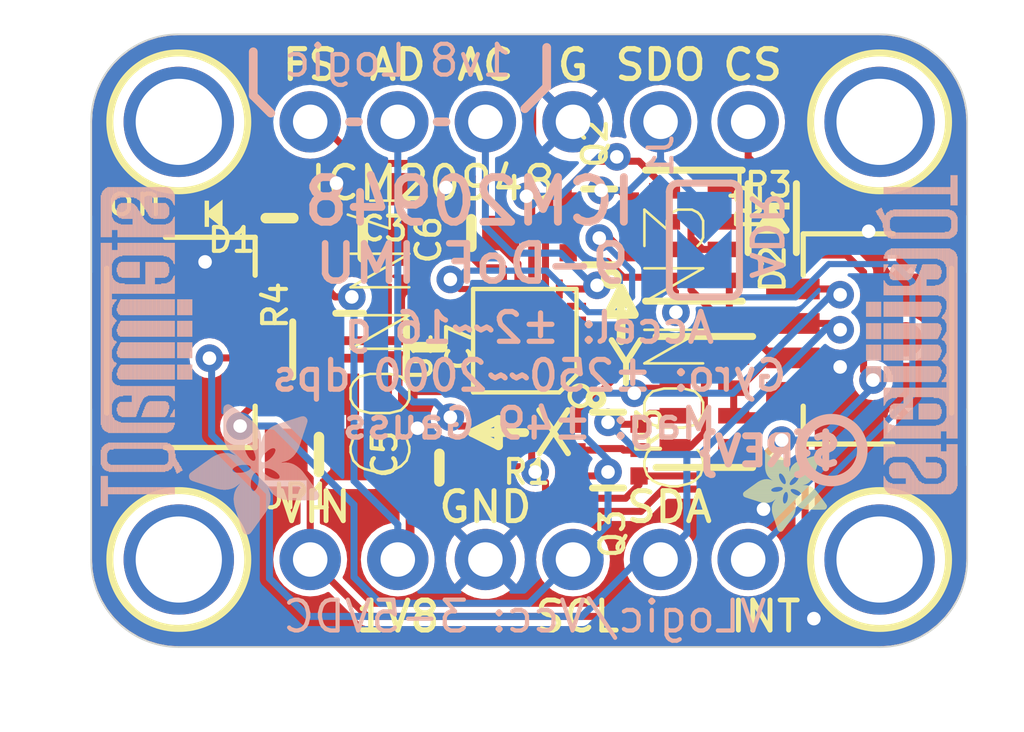
<source format=kicad_pcb>
(kicad_pcb (version 20221018) (generator pcbnew)
  (layers (0 "F.Cu" signal) (31 "B.Cu" signal) (34 "B.Paste" user) (35 "F.Paste" user) (36 "B.SilkS" user "B.Silkscreen") (37 "F.SilkS" user "F.Silkscreen") (38 "B.Mask" user) (39 "F.Mask" user) (44 "Edge.Cuts" user))
  (net 0 "")
  (net 1 "GND")
  (net 2 "VIN")
  (net 3 "INT")
  (net 4 "CS")
  (net 5 "CS_1.8V")
  (net 6 "SDO/ADR_1.8V")
  (net 7 "SDI/SDA")
  (net 8 "SCK/SCL")
  (net 9 "FSYNC")
  (net 10 "AUX_SCL")
  (net 11 "AUX_SDA")
  (net 12 "SCK/SCL_1.8V")
  (net 13 "SDI/SDA_1.8V")
  (net 14 "REGOUT")
  (net 15 "1.8V")
  (net 16 "SDO/ADR")
  (net 17 "N$1")
  (net 18 "INT_1.8V")
  (footprint "working:0603-NO" (layer "F.Cu") (at 146.8247 101.8794 180)
    (fp_text reference "C3")
    (fp_text value "0.1uF")
  )
  (footprint "working:CHIPLED_0603_NOOUTLINE" (layer "F.Cu") (at 139.3571 101.3206 90)
    (fp_text reference "D1")
    (fp_text value "RED")
  )
  (footprint "working:0603-NO" (layer "F.Cu") (at 145.5801 105.1941 -90)
    (fp_text reference "C7")
    (fp_text value "0.1uF")
  )
  (footprint "working:SOT363" (layer "F.Cu") (at 150.5331 101.7016 90)
    (fp_text reference "Q2")
    (fp_text value "BSS138")
  )
  (footprint "working:FIDUCIAL_1MM" (layer "F.Cu") (at 137.4521 104.8131)
    (fp_text reference "FID2" hide)
    (fp_text value "FIDUCIAL_1MM" hide)
  )
  (footprint "working:ADAFRUIT_2.5MM" (layer "F.Cu") (at 157.1371 108.1151 180)
    (fp_text reference "U$2" hide)
    (fp_text value "" hide)
  )
  (footprint "working:0805-NO" (layer "F.Cu") (at 142.4051 108.3056)
    (fp_text reference "C5")
    (fp_text value "10uF")
  )
  (footprint "working:JST_SH4" (layer "F.Cu") (at 138.3411 105.0036 -90)
    (fp_text reference "CONN4")
    (fp_text value "STEMMA_I2C_QT" hide)
  )
  (footprint "working:MOUNTINGHOLE_2.5_PLATED" (layer "F.Cu") (at 138.3411 111.3536)
    (fp_text reference "U$41" hide)
    (fp_text value "MOUNTINGHOLE2.5" hide)
  )
  (footprint "working:SOD-323_MINI" (layer "F.Cu") (at 155.5496 101.4476 -90)
    (fp_text reference "D2")
    (fp_text value "1n4148")
  )
  (footprint "working:JST_SH4" (layer "F.Cu") (at 158.6611 105.0036 90)
    (fp_text reference "CONN3")
    (fp_text value "STEMMA_I2C_QT" hide)
  )
  (footprint "working:QFN24_3MM_NOEP" (layer "F.Cu") (at 148.3741 105.0036 180)
    (fp_text reference "U$21" hide)
    (fp_text value "MPU-9250_ICM20948" hide)
  )
  (footprint "working:MOUNTINGHOLE_2.5_PLATED" (layer "F.Cu") (at 138.3411 98.6536)
    (fp_text reference "U$38" hide)
    (fp_text value "MOUNTINGHOLE2.5" hide)
  )
  (footprint "working:MOUNTINGHOLE_2.5_PLATED" (layer "F.Cu") (at 158.6611 98.6536)
    (fp_text reference "U$39" hide)
    (fp_text value "MOUNTINGHOLE2.5" hide)
  )
  (footprint "working:RESPACK_4X0603" (layer "F.Cu") (at 153.5811 106.7816 90)
    (fp_text reference "R3")
    (fp_text value "10K")
  )
  (footprint "working:0805-NO" (layer "F.Cu") (at 143.6751 102.0826)
    (fp_text reference "C6")
    (fp_text value "10uF")
  )
  (footprint "working:FIDUCIAL_1MM" (layer "F.Cu") (at 159.4231 104.9655)
    (fp_text reference "FID4" hide)
    (fp_text value "FIDUCIAL_1MM" hide)
  )
  (footprint "working:0603-NO" (layer "F.Cu") (at 145.8976 108.6866)
    (fp_text reference "R1")
    (fp_text value "10K")
  )
  (footprint "working:0603-NO" (layer "F.Cu") (at 141.2621 101.4476 -90)
    (fp_text reference "R4")
    (fp_text value "1K")
  )
  (footprint "working:RESPACK_4X0603" (layer "F.Cu") (at 153.2763 101.9556 -90)
    (fp_text reference "R2")
    (fp_text value "4.7K")
  )
  (footprint "working:SOT23-5" (layer "F.Cu") (at 143.2941 105.2576)
    (fp_text reference "U1")
    (fp_text value "MIC5225-1.8V")
  )
  (footprint "working:1X06_ROUND_70" (layer "F.Cu") (at 148.5011 111.3536)
    (fp_text reference "JP1")
    (fp_text value "")
  )
  (footprint "working:SOT363" (layer "F.Cu") (at 150.7871 108.1786 -90)
    (fp_text reference "Q3")
    (fp_text value "BSS138")
  )
  (footprint "working:1X06_ROUND_70" (layer "F.Cu") (at 148.5011 98.6536 180)
    (fp_text reference "JP3")
    (fp_text value "")
  )
  (footprint "working:MOUNTINGHOLE_2.5_PLATED" (layer "F.Cu") (at 158.6611 111.3536)
    (fp_text reference "U$42" hide)
    (fp_text value "MOUNTINGHOLE2.5" hide)
  )
  (footprint "working:SOLDERJUMPER_ARROW_NOPASTE" (layer "B.Cu") (at 153.5811 102.0826 -90)
    (fp_text reference "SJ1")
    (fp_text value "")
  )
  (footprint "working:STEMMAQT" (layer "B.Cu") (at 158.2801 109.4486 90)
    (fp_text reference "U$46" hide)
    (fp_text value "" hide)
  )
  (footprint "working:STEMMAQT" (layer "B.Cu") (at 138.7221 100.5586 -90)
    (fp_text reference "U$47" hide)
    (fp_text value "" hide)
  )
  (footprint "working:ADAFRUIT_3.5MM" (layer "B.Cu") (at 142.4305 106.8324 -90)
    (fp_text reference "U$12" hide)
    (fp_text value "" hide)
  )
  (footprint "working:PCBFEAT-REV-040" (layer "B.Cu") (at 157.2641 108.1786 180)
    (fp_text reference "U$45" hide)
    (fp_text value "" hide)
  )
  (gr_line (start 140.5001 97.8916) (end 141.0081 98.3996) (stroke (width 0.254)) (layer "B.SilkS"))
  (gr_line (start 149.0091 97.6376) (end 148.3741 98.2726) (stroke (width 0.254)) (layer "B.SilkS"))
  (gr_line (start 140.5001 96.6216) (end 140.5001 97.8916) (stroke (width 0.254)) (layer "B.SilkS"))
  (gr_line (start 143.2941 98.6536) (end 143.5481 98.6536) (stroke (width 0.254)) (layer "B.SilkS"))
  (gr_line (start 145.8341 98.6536) (end 146.0881 98.6536) (stroke (width 0.254)) (layer "B.SilkS"))
  (gr_line (start 149.0091 96.4946) (end 149.0091 97.6376) (stroke (width 0.254)) (layer "B.SilkS"))
  (gr_line (start 150.7871 104.2416) (end 151.1681 103.4796) (stroke (width 0.254)) (layer "F.SilkS"))
  (gr_line (start 151.1681 103.4796) (end 151.5491 104.2416) (stroke (width 0.254)) (layer "F.SilkS"))
  (gr_line (start 151.1681 103.7336) (end 151.1681 105.0036) (stroke (width 0.254)) (layer "F.SilkS"))
  (gr_line (start 146.8501 107.6706) (end 148.3741 107.6706) (stroke (width 0.254)) (layer "F.SilkS"))
  (gr_line (start 146.8501 107.6706) (end 147.6121 107.2896) (stroke (width 0.254)) (layer "F.SilkS"))
  (gr_line (start 150.7871 104.2416) (end 151.5491 104.2416) (stroke (width 0.254)) (layer "F.SilkS"))
  (gr_line (start 147.6121 107.2896) (end 147.6121 108.0516) (stroke (width 0.254)) (layer "F.SilkS"))
  (gr_line (start 147.6121 108.0516) (end 146.8501 107.6706) (stroke (width 0.254)) (layer "F.SilkS"))
  (gr_arc (start 135.8011 98.6536) (mid 136.545049 96.857549) (end 138.3411 96.1136) (stroke (width 0.05)) (layer "Edge.Cuts"))
  (gr_arc (start 138.3411 113.8936) (mid 136.545049 113.149651) (end 135.8011 111.3536) (stroke (width 0.05)) (layer "Edge.Cuts"))
  (gr_arc (start 158.6611 96.1136) (mid 160.457151 96.857549) (end 161.2011 98.6536) (stroke (width 0.05)) (layer "Edge.Cuts"))
  (gr_line (start 135.8011 98.6536) (end 135.8011 111.3536) (stroke (width 0.05)) (layer "Edge.Cuts"))
  (gr_line (start 161.2011 111.3536) (end 161.2011 98.6536) (stroke (width 0.05)) (layer "Edge.Cuts"))
  (gr_line (start 138.3411 113.8936) (end 158.6611 113.8936) (stroke (width 0.05)) (layer "Edge.Cuts"))
  (gr_line (start 158.6611 96.1136) (end 138.3411 96.1136) (stroke (width 0.05)) (layer "Edge.Cuts"))
  (gr_arc (start 161.2011 111.3536) (mid 160.457151 113.149651) (end 158.6611 113.8936) (stroke (width 0.05)) (layer "Edge.Cuts"))
  (gr_text "ICM20948" (at 146.7739 100.965) (layer "B.SilkS") (effects (font (size 1.2954 1.2954) (thickness 0.2286)) (justify mirror)))
  (gr_text "Accel: ±2~~16 g\nGyro: ±250~~2000 dps\nMag: ±49 Gauss" (at 148.5011 106.0196) (layer "B.SilkS") (effects (font (size 0.8636 0.8636) (thickness 0.1524)) (justify mirror)))
  (gr_text "9-DoF IMU" (at 146.8501 102.7684) (layer "B.SilkS") (effects (font (size 1.0795 1.0795) (thickness 0.1905)) (justify mirror)))
  (gr_text "1v8 Logic" (at 144.6911 96.8756) (layer "B.SilkS") (effects (font (size 0.89408 0.89408) (thickness 0.12192)) (justify mirror)))
  (gr_text "ADR" (at 155.3591 101.9556 -90) (layer "B.SilkS") (effects (font (size 0.8636 0.8636) (thickness 0.1524)) (justify mirror)))
  (gr_text "VLogic/Vcc: 3-5VDC" (at 148.3741 113.0046) (layer "B.SilkS") (effects (font (size 0.89408 0.89408) (thickness 0.12192)) (justify mirror)))
  (gr_text "1V8" (at 144.6911 113.0046) (layer "F.SilkS") (effects (font (size 0.8636 0.8636) (thickness 0.1524))))
  (gr_text "G" (at 149.7711 97.0026) (layer "F.SilkS") (effects (font (size 0.8636 0.8636) (thickness 0.1524))))
  (gr_text "X" (at 148.5011 108.4326) (layer "F.SilkS") (effects (font (size 1.251712 1.251712) (thickness 0.170688)) (justify left bottom)))
  (gr_text "GND" (at 147.2311 109.8296) (layer "F.SilkS") (effects (font (size 0.87376 0.87376) (thickness 0.14224))))
  (gr_text "SDA" (at 152.5651 109.8296) (layer "F.SilkS") (effects (font (size 0.87376 0.87376) (thickness 0.14224))))
  (gr_text "VIN" (at 142.2781 109.8296) (layer "F.SilkS") (effects (font (size 0.87376 0.87376) (thickness 0.14224))))
  (gr_text "CS" (at 154.9781 97.0026) (layer "F.SilkS") (effects (font (size 0.8636 0.8636) (thickness 0.1524))))
  (gr_text "ICM20948" (at 145.7071 100.4316) (layer "F.SilkS") (effects (font (size 0.961136 0.961136) (thickness 0.131064))))
  (gr_text "INT" (at 155.3591 113.0046) (layer "F.SilkS") (effects (font (size 0.87376 0.87376) (thickness 0.14224))))
  (gr_text "SDO" (at 152.3111 97.0026) (layer "F.SilkS") (effects (font (size 0.8636 0.8636) (thickness 0.1524))))
  (gr_text "Y" (at 150.6601 106.4006) (layer "F.SilkS") (effects (font (size 1.251712 1.251712) (thickness 0.170688)) (justify left bottom)))
  (gr_text "FS" (at 142.1511 97.0026) (layer "F.SilkS") (effects (font (size 0.8636 0.8636) (thickness 0.1524))))
  (gr_text "AC" (at 147.2311 97.0026) (layer "F.SilkS") (effects (font (size 0.8636 0.8636) (thickness 0.1524))))
  (gr_text "AD" (at 144.6911 97.0026) (layer "F.SilkS") (effects (font (size 0.8636 0.8636) (thickness 0.1524))))
  (gr_text "on" (at 136.1821 101.4476) (layer "F.SilkS") (effects (font (size 0.89408 0.89408) (thickness 0.12192)) (justify left bottom)))
  (gr_text "SCL" (at 149.8981 113.0046) (layer "F.SilkS") (effects (font (size 0.87376 0.87376) (thickness 0.14224))))
  (segment (start 143.3551 108.3056) (end 143.9901 107.6706) (width 0.2032) (layer "F.Cu") (net 1))
  (segment (start 147.7741 107.0006) (end 147.7151 107.0596) (width 0.2032) (layer "F.Cu") (net 1))
  (segment (start 143.2941 106.5577) (end 143.2941 108.2446) (width 0.2032) (layer "F.Cu") (net 1))
  (segment (start 146.8741 106.24185) (end 146.8741 106.0036) (width 0.2032) (layer "F.Cu") (net 1))
  (segment (start 147.7741 106.5036) (end 147.7741 107.0006) (width 0.2032) (layer "F.Cu") (net 1))
  (segment (start 147.7151 107.0596) (end 147.0646 107.0596) (width 0.2032) (layer "F.Cu") (net 1))
  (segment (start 146.8741 106.8691) (end 146.8741 106.24185) (width 0.254) (layer "F.Cu") (net 1))
  (segment (start 145.1356 106.4886) (end 145.5801 106.0441) (width 0.254) (layer "F.Cu") (net 1))
  (segment (start 143.3551 108.3056) (end 143.2941 108.2446) (width 0.2032) (layer "F.Cu") (net 1))
  (segment (start 145.1356 107.2896) (end 145.1356 106.4886) (width 0.254) (layer "F.Cu") (net 1))
  (segment (start 144.7546 107.6706) (end 145.1356 107.2896) (width 0.254) (layer "F.Cu") (net 1))
  (segment (start 143.9901 107.6706) (end 144.7546 107.6706) (width 0.2032) (layer "F.Cu") (net 1))
  (segment (start 147.0646 107.0596) (end 146.8741 106.8691) (width 0.254) (layer "F.Cu") (net 1))
  (via (at 156.7561 113.0681) (size 0.8001) (drill 0.3937) (layers "F.Cu" "B.Cu") (net 1))
  (via (at 139.1031 102.7176) (size 0.8001) (drill 0.3937) (layers "F.Cu" "B.Cu") (net 1))
  (via (at 145.2626 107.5436) (size 0.8001) (drill 0.3937) (layers "F.Cu" "B.Cu") (net 1))
  (via (at 158.3436 101.8286) (size 0.8001) (drill 0.3937) (layers "F.Cu" "B.Cu") (net 1))
  (via (at 157.5181 105.7656) (size 0.8001) (drill 0.3937) (layers "F.Cu" "B.Cu") (net 1))
  (via (at 146.0881 100.5586) (size 0.8001) (drill 0.3937) (layers "F.Cu" "B.Cu") (net 1))
  (via (at 155.2956 109.8931) (size 0.8001) (drill 0.3937) (layers "F.Cu" "B.Cu") (net 1))
  (via (at 142.9131 100.4316) (size 0.8001) (drill 0.3937) (layers "F.Cu" "B.Cu") (net 1))
  (segment (start 143.8021 113.0046) (end 155.6766 113.0046) (width 0.2032) (layer "F.Cu") (net 2))
  (segment (start 154.8638 102.993032) (end 154.601231 103.2556) (width 0.2032) (layer "F.Cu") (net 2))
  (segment (start 141.4551 108.3056) (end 141.4551 107.9881) (width 0.2032) (layer "F.Cu") (net 2))
  (segment (start 156.5021 112.1791) (end 156.5021 107.5436) (width 0.2032) (layer "F.Cu") (net 2))
  (segment (start 142.3441 107.0991) (end 141.4551 107.9881) (width 0.2032) (layer "F.Cu") (net 2))
  (segment (start 154.3041 103.4334) (end 154.3041 104.2026) (width 0.2032) (layer "F.Cu") (net 2))
  (segment (start 140.8551 104.5036) (end 141.5241 104.5036) (width 0.2032) (layer "F.Cu") (net 2))
  (segment (start 154.3041 104.2026) (end 155.6051 105.5036) (width 0.2032) (layer "F.Cu") (net 2))
  (segment (start 142.6591 105.6386) (end 142.7861 105.5116) (width 0.254) (layer "F.Cu") (net 2))
  (segment (start 154.4511 101.5556) (end 154.1263 101.5556) (width 0.2032) (layer "F.Cu") (net 2))
  (segment (start 144.2441 105.9536) (end 143.8021 105.5116) (width 0.254) (layer "F.Cu") (net 2))
  (segment (start 155.479231 105.5036) (end 155.6051 105.5036) (width 0.2032) (layer "F.Cu") (net 2))
  (segment (start 154.4311 107.1816) (end 154.4311 106.3816) (width 0.2032) (layer "F.Cu") (net 2))
  (segment (start 142.1511 111.3536) (end 142.1511 109.0016) (width 0.2032) (layer "F.Cu") (net 2))
  (segment (start 142.7861 105.5116) (end 143.8021 105.5116) (width 0.254) (layer "F.Cu") (net 2))
  (segment (start 142.3441 105.9536) (end 142.6591 105.6386) (width 0.254) (layer "F.Cu") (net 2))
  (segment (start 154.1263 103.2556) (end 154.3041 103.4334) (width 0.2032) (layer "F.Cu") (net 2))
  (segment (start 156.1401 107.1816) (end 154.4311 107.1816) (width 0.2032) (layer "F.Cu") (net 2))
  (segment (start 144.2441 105.9536) (end 144.2441 106.5577) (width 0.254) (layer "F.Cu") (net 2))
  (segment (start 154.4311 106.3816) (end 154.601231 106.3816) (width 0.2032) (layer "F.Cu") (net 2))
  (segment (start 154.8638 101.9683) (end 154.4511 101.5556) (width 0.2032) (layer "F.Cu") (net 2))
  (segment (start 141.5241 104.5036) (end 142.6591 105.6386) (width 0.2032) (layer "F.Cu") (net 2))
  (segment (start 155.6766 113.0046) (end 156.5021 112.1791) (width 0.2032) (layer "F.Cu") (net 2))
  (segment (start 154.1263 103.2556) (end 154.601231 103.2556) (width 0.2032) (layer "F.Cu") (net 2))
  (segment (start 142.3441 107.0991) (end 142.3441 106.5577) (width 0.2032) (layer "F.Cu") (net 2))
  (segment (start 155.479231 105.5036) (end 154.601231 106.3816) (width 0.2032) (layer "F.Cu") (net 2))
  (segment (start 142.1511 109.0016) (end 141.4551 108.3056) (width 0.2032) (layer "F.Cu") (net 2))
  (segment (start 142.3441 106.5577) (end 142.3441 105.9536) (width 0.254) (layer "F.Cu") (net 2))
  (segment (start 154.8638 102.993032) (end 154.8638 101.9683) (width 0.2032) (layer "F.Cu") (net 2))
  (segment (start 156.5021 107.5436) (end 156.1401 107.1816) (width 0.2032) (layer "F.Cu") (net 2))
  (segment (start 142.1511 111.3536) (end 143.8021 113.0046) (width 0.2032) (layer "F.Cu") (net 2))
  (segment (start 155.6051 105.5036) (end 156.1471 105.5036) (width 0.2032) (layer "F.Cu") (net 2))
  (segment (start 150.2046 102.7056) (end 149.9506 102.4516) (width 0.2032) (layer "F.Cu") (net 3))
  (segment (start 152.333325 103.162625) (end 151.233125 103.162625) (width 0.2032) (layer "F.Cu") (net 3))
  (segment (start 150.7761 102.7056) (end 150.2046 102.7056) (width 0.2032) (layer "F.Cu") (net 3))
  (segment (start 152.7556 103.5849) (end 152.7556 104.1781) (width 0.1778) (layer "F.Cu") (net 3))
  (segment (start 151.233125 103.162625) (end 150.7761 102.7056) (width 0.2032) (layer "F.Cu") (net 3))
  (segment (start 149.6331 102.4516) (end 149.9506 102.4516) (width 0.2032) (layer "F.Cu") (net 3))
  (segment (start 152.4263 103.2556) (end 152.333325 103.162625) (width 0.2032) (layer "F.Cu") (net 3))
  (segment (start 152.4263 103.2556) (end 152.7556 103.5849) (width 0.1778) (layer "F.Cu") (net 3))
  (via (at 152.7556 104.1781) (size 0.8001) (drill 0.3937) (layers "F.Cu" "B.Cu") (net 3))
  (segment (start 152.7556 104.1781) (end 153.1874 103.7463) (width 0.1778) (layer "B.Cu") (net 3))
  (segment (start 159.1056 102.7811) (end 159.6136 103.2891) (width 0.1778) (layer "B.Cu") (net 3))
  (segment (start 159.6136 106.5911) (end 154.8511 111.3536) (width 0.1778) (layer "B.Cu") (net 3))
  (segment (start 153.1874 103.7463) (end 156.225831 103.7463) (width 0.1778) (layer "B.Cu") (net 3))
  (segment (start 157.191031 102.7811) (end 159.1056 102.7811) (width 0.1778) (layer "B.Cu") (net 3))
  (segment (start 159.6136 103.2891) (end 159.6136 106.5911) (width 0.1778) (layer "B.Cu") (net 3))
  (segment (start 156.225831 103.7463) (end 157.191031 102.7811) (width 0.1778) (layer "B.Cu") (net 3))
  (segment (start 154.8511 99.6791) (end 155.5496 100.3776) (width 0.2032) (layer "F.Cu") (net 4))
  (segment (start 154.8511 98.6536) (end 154.8511 99.6791) (width 0.2032) (layer "F.Cu") (net 4))
  (segment (start 152.3866 109.3096) (end 154.3551 109.3096) (width 0.2032) (layer "F.Cu") (net 5))
  (segment (start 148.9741 109.507919) (end 149.422781 109.9566) (width 0.2032) (layer "F.Cu") (net 5))
  (segment (start 148.9741 109.11205) (end 148.9741 109.507919) (width 0.2032) (layer "F.Cu") (net 5))
  (segment (start 157.6991 102.5176) (end 158.19755 103.01605) (width 0.2032) (layer "F.Cu") (net 5))
  (segment (start 155.82265 107.888538) (end 155.776162 107.888538) (width 0.2032) (layer "F.Cu") (net 5))
  (segment (start 155.5496 102.5176) (end 157.6991 102.5176) (width 0.2032) (layer "F.Cu") (net 5))
  (segment (start 148.67565 108.8136) (end 148.9741 109.11205) (width 0.2032) (layer "F.Cu") (net 5))
  (segment (start 146.7476 108.6866) (end 148.54865 108.6866) (width 0.254) (layer "F.Cu") (net 5))
  (segment (start 148.54865 108.6866) (end 148.67565 108.8136) (width 0.254) (layer "F.Cu") (net 5))
  (segment (start 148.67565 108.8136) (end 148.5741 108.71205) (width 0.2032) (layer "F.Cu") (net 5))
  (segment (start 149.422781 109.9566) (end 151.7396 109.9566) (width 0.2032) (layer "F.Cu") (net 5))
  (segment (start 155.776162 107.888538) (end 154.3551 109.3096) (width 0.2032) (layer "F.Cu") (net 5))
  (segment (start 158.19755 103.01605) (end 158.19755 105.87355) (width 0.2032) (layer "F.Cu") (net 5))
  (segment (start 151.7396 109.9566) (end 152.3866 109.3096) (width 0.2032) (layer "F.Cu") (net 5))
  (segment (start 148.5741 106.5036) (end 148.5741 108.71205) (width 0.2032) (layer "F.Cu") (net 5))
  (segment (start 158.4706 106.1466) (end 158.19755 105.87355) (width 0.2032) (layer "F.Cu") (net 5))
  (via (at 148.67565 108.8136) (size 0.8001) (drill 0.3937) (layers "F.Cu" "B.Cu") (net 5))
  (via (at 155.82265 107.888538) (size 0.8001) (drill 0.3937) (layers "F.Cu" "B.Cu") (net 5))
  (via (at 158.4706 106.1466) (size 0.8001) (drill 0.3937) (layers "F.Cu" "B.Cu") (net 5))
  (segment (start 156.919162 107.888538) (end 155.82265 107.888538) (width 0.2032) (layer "B.Cu") (net 5))
  (segment (start 158.4706 106.1466) (end 158.56585 106.24185) (width 0.2032) (layer "B.Cu") (net 5))
  (segment (start 158.56585 106.24185) (end 156.919162 107.888538) (width 0.2032) (layer "B.Cu") (net 5))
  (segment (start 148.42165 100.883332) (end 148.42165 100.8126) (width 0.2032) (layer "F.Cu") (net 6))
  (segment (start 149.6331 100.9516) (end 149.6331 100.5706) (width 0.2032) (layer "F.Cu") (net 6))
  (segment (start 148.5741 101.035782) (end 148.42165 100.883332) (width 0.2032) (layer "F.Cu") (net 6))
  (segment (start 148.5741 103.5036) (end 148.5741 101.035782) (width 0.2032) (layer "F.Cu") (net 6))
  (segment (start 152.4263 100.541669) (end 152.4263 100.6556) (width 0.2032) (layer "F.Cu") (net 6))
  (segment (start 151.0411 99.6696) (end 151.0411 99.7966) (width 0.2032) (layer "F.Cu") (net 6))
  (segment (start 151.0411 99.7966) (end 151.681231 99.7966) (width 0.2032) (layer "F.Cu") (net 6))
  (segment (start 150.4071 99.7966) (end 149.6331 100.5706) (width 0.2032) (layer "F.Cu") (net 6))
  (segment (start 151.681231 99.7966) (end 152.4263 100.541669) (width 0.2032) (layer "F.Cu") (net 6))
  (segment (start 150.4071 99.7966) (end 151.0411 99.7966) (width 0.2032) (layer "F.Cu") (net 6))
  (via (at 148.42165 100.8126) (size 0.8001) (drill 0.3937) (layers "F.Cu" "B.Cu") (net 6))
  (via (at 151.0411 99.6696) (size 0.8001) (drill 0.3937) (layers "F.Cu" "B.Cu") (net 6))
  (segment (start 150.534468 99.6696) (end 149.391468 100.8126) (width 0.2032) (layer "B.Cu") (net 6))
  (segment (start 148.42165 100.8126) (end 149.391468 100.8126) (width 0.2032) (layer "B.Cu") (net 6))
  (segment (start 150.534468 99.6696) (end 151.0411 99.6696) (width 0.2032) (layer "B.Cu") (net 6))
  (segment (start 151.6871 107.4286) (end 150.84355 107.4286) (width 0.2032) (layer "F.Cu") (net 7))
  (segment (start 152.7311 107.1816) (end 152.6601 107.1106) (width 0.2032) (layer "F.Cu") (net 7))
  (segment (start 140.8551 105.5036) (end 139.2381 105.5036) (width 0.2032) (layer "F.Cu") (net 7))
  (segment (start 152.0051 107.1106) (end 151.6871 107.4286) (width 0.2032) (layer "F.Cu") (net 7))
  (segment (start 139.2381 105.5036) (end 139.2301 105.5116) (width 0.2032) (layer "F.Cu") (net 7))
  (segment (start 157.5181 104.6861) (end 157.3356 104.5036) (width 0.2032) (layer "F.Cu") (net 7))
  (segment (start 152.6601 107.1106) (end 152.0051 107.1106) (width 0.2032) (layer "F.Cu") (net 7))
  (segment (start 150.84355 107.4286) (end 150.7871 107.37215) (width 0.2032) (layer "F.Cu") (net 7))
  (segment (start 157.3356 104.5036) (end 156.1471 104.5036) (width 0.2032) (layer "F.Cu") (net 7))
  (via (at 157.5181 104.6861) (size 0.8001) (drill 0.3937) (layers "F.Cu" "B.Cu") (net 7))
  (via (at 139.2301 105.5116) (size 0.8001) (drill 0.3937) (layers "F.Cu" "B.Cu") (net 7))
  (via (at 150.7871 107.37215) (size 0.8001) (drill 0.3937) (layers "F.Cu" "B.Cu") (net 7))
  (segment (start 157.4546 104.6226) (end 157.5181 104.6861) (width 0.2032) (layer "B.Cu") (net 7))
  (segment (start 150.0251 113.0046) (end 151.6761 111.3536) (width 0.2032) (layer "B.Cu") (net 7))
  (segment (start 153.0731 108.3056) (end 153.4541 108.3056) (width 0.2032) (layer "B.Cu") (net 7))
  (segment (start 157.4546 104.6226) (end 157.1371 104.6226) (width 0.2032) (layer "B.Cu") (net 7))
  (segment (start 153.4541 108.3056) (end 157.1371 104.6226) (width 0.2032) (layer "B.Cu") (net 7))
  (segment (start 139.2301 105.5116) (end 139.2936 105.5751) (width 0.2032) (layer "B.Cu") (net 7))
  (segment (start 151.6761 111.3536) (end 152.3111 111.3536) (width 0.2032) (layer "B.Cu") (net 7))
  (segment (start 142.0749 113.0046) (end 150.0251 113.0046) (width 0.2032) (layer "B.Cu") (net 7))
  (segment (start 150.7871 107.37215) (end 151.72055 108.3056) (width 0.2032) (layer "B.Cu") (net 7))
  (segment (start 153.0731 110.5916) (end 153.0731 108.3056) (width 0.2032) (layer "B.Cu") (net 7))
  (segment (start 140.97 109.4105) (end 139.2936 107.7341) (width 0.2032) (layer "B.Cu") (net 7))
  (segment (start 140.97 111.8997) (end 142.0749 113.0046) (width 0.2032) (layer "B.Cu") (net 7))
  (segment (start 152.3111 111.3536) (end 153.0731 110.5916) (width 0.2032) (layer "B.Cu") (net 7))
  (segment (start 139.2936 105.5751) (end 139.2936 107.7341) (width 0.2032) (layer "B.Cu") (net 7))
  (segment (start 151.72055 108.3056) (end 153.0731 108.3056) (width 0.2032) (layer "B.Cu") (net 7))
  (segment (start 140.97 109.4105) (end 140.97 111.8997) (width 0.2032) (layer "B.Cu") (net 7))
  (segment (start 140.8551 106.5036) (end 140.1191 107.2396) (width 0.2032) (layer "F.Cu") (net 8))
  (segment (start 150.88235 108.90885) (end 150.8626 108.9286) (width 0.2032) (layer "F.Cu") (net 8))
  (segment (start 140.1191 107.2396) (end 140.1191 107.4801) (width 0.2032) (layer "F.Cu") (net 8))
  (segment (start 152.7311 106.3816) (end 151.6951 106.3816) (width 0.2032) (layer "F.Cu") (net 8))
  (segment (start 157.5181 103.6701) (end 157.3516 103.5036) (width 0.2032) (layer "F.Cu") (net 8))
  (segment (start 150.88235 108.90885) (end 150.7871 108.8136) (width 0.2032) (layer "F.Cu") (net 8))
  (segment (start 151.6951 106.3816) (end 151.5491 106.5276) (width 0.2032) (layer "F.Cu") (net 8))
  (segment (start 157.3516 103.5036) (end 156.1471 103.5036) (width 0.2032) (layer "F.Cu") (net 8))
  (segment (start 150.8626 108.9286) (end 149.8871 108.9286) (width 0.2032) (layer "F.Cu") (net 8))
  (via (at 151.5491 106.5276) (size 0.8001) (drill 0.3937) (layers "F.Cu" "B.Cu") (net 8))
  (via (at 140.1191 107.4801) (size 0.8001) (drill 0.3937) (layers "F.Cu" "B.Cu") (net 8))
  (via (at 150.7871 108.8136) (size 0.8001) (drill 0.3937) (layers "F.Cu" "B.Cu") (net 8))
  (via (at 157.5181 103.6701) (size 0.8001) (drill 0.3937) (layers "F.Cu" "B.Cu") (net 8))
  (segment (start 150.7871 108.8136) (end 150.7871 110.3376) (width 0.2032) (layer "B.Cu") (net 8))
  (segment (start 151.5491 106.5276) (end 154.4066 106.5276) (width 0.2032) (layer "B.Cu") (net 8))
  (segment (start 143.4211 111.8616) (end 144.1831 112.6236) (width 0.2032) (layer "B.Cu") (net 8))
  (segment (start 157.5181 103.6701) (end 157.2641 103.6701) (width 0.2032) (layer "B.Cu") (net 8))
  (segment (start 150.7871 108.8136) (end 150.914096 108.8136) (width 0.2032) (layer "B.Cu") (net 8))
  (segment (start 150.914096 108.587035) (end 150.914096 108.8136) (width 0.2032) (layer "B.Cu") (net 8))
  (segment (start 143.4211 109.7661) (end 143.4211 111.8616) (width 0.2032) (layer "B.Cu") (net 8))
  (segment (start 150.7871 110.3376) (end 149.7711 111.3536) (width 0.2032) (layer "B.Cu") (net 8))
  (segment (start 157.2641 103.6701) (end 154.4066 106.5276) (width 0.2032) (layer "B.Cu") (net 8))
  (segment (start 150.107659 107.080041) (end 150.6601 106.5276) (width 0.2032) (layer "B.Cu") (net 8))
  (segment (start 150.6601 106.5276) (end 151.5491 106.5276) (width 0.2032) (layer "B.Cu") (net 8))
  (segment (start 148.5011 112.6236) (end 149.7711 111.3536) (width 0.2032) (layer "B.Cu") (net 8))
  (segment (start 140.1191 107.4801) (end 141.1351 107.4801) (width 0.2032) (layer "B.Cu") (net 8))
  (segment (start 150.107659 107.7806) (end 150.107659 107.080041) (width 0.2032) (layer "B.Cu") (net 8))
  (segment (start 143.4211 109.7661) (end 141.1351 107.4801) (width 0.2032) (layer "B.Cu") (net 8))
  (segment (start 150.914096 108.587035) (end 150.107659 107.7806) (width 0.2032) (layer "B.Cu") (net 8))
  (segment (start 144.1831 112.6236) (end 148.5011 112.6236) (width 0.2032) (layer "B.Cu") (net 8))
  (segment (start 147.7741 103.5036) (end 147.7551 103.4846) (width 0.2032) (layer "F.Cu") (net 9))
  (segment (start 147.752681 102.889) (end 147.148493 102.889) (width 0.2032) (layer "F.Cu") (net 9))
  (segment (start 146.469103 99.860104) (end 143.6116 99.860104) (width 0.2032) (layer "F.Cu") (net 9))
  (segment (start 143.6116 99.860104) (end 142.4051 98.6536) (width 0.2032) (layer "F.Cu") (net 9))
  (segment (start 146.850093 100.241094) (end 146.469103 99.860104) (width 0.2032) (layer "F.Cu") (net 9))
  (segment (start 147.7551 102.891419) (end 147.7551 103.4846) (width 0.2032) (layer "F.Cu") (net 9))
  (segment (start 146.850093 102.5906) (end 146.850093 100.241094) (width 0.2032) (layer "F.Cu") (net 9))
  (segment (start 147.148493 102.889) (end 146.850093 102.5906) (width 0.2032) (layer "F.Cu") (net 9))
  (segment (start 142.1511 98.6536) (end 142.4051 98.6536) (width 0.2032) (layer "F.Cu") (net 9))
  (segment (start 147.7551 102.891419) (end 147.752681 102.889) (width 0.2032) (layer "F.Cu") (net 9))
  (segment (start 150.4696 103.39705) (end 150.4696 103.5036) (width 0.2032) (layer "F.Cu") (net 10))
  (segment (start 149.3741 103.5036) (end 150.4696 103.5036) (width 0.2032) (layer "F.Cu") (net 10))
  (via (at 150.4696 103.39705) (size 0.8001) (drill 0.3937) (layers "F.Cu" "B.Cu") (net 10))
  (segment (start 147.9931 102.4636) (end 149.40915 102.4636) (width 0.2032) (layer "B.Cu") (net 10))
  (segment (start 150.3426 103.39705) (end 149.40915 102.4636) (width 0.2032) (layer "B.Cu") (net 10))
  (segment (start 150.3426 103.39705) (end 150.4696 103.39705) (width 0.2032) (layer "B.Cu") (net 10))
  (segment (start 147.2311 98.6536) (end 147.2311 101.7016) (width 0.2032) (layer "B.Cu") (net 10))
  (segment (start 147.2311 101.7016) (end 147.9931 102.4636) (width 0.2032) (layer "B.Cu") (net 10))
  (segment (start 146.4691 107.4801) (end 146.2151 107.2261) (width 0.2032) (layer "F.Cu") (net 11))
  (segment (start 148.1741 106.5036) (end 148.1741 107.254732) (width 0.2032) (layer "F.Cu") (net 11))
  (segment (start 147.948731 107.4801) (end 146.4691 107.4801) (width 0.2032) (layer "F.Cu") (net 11))
  (segment (start 148.1741 107.254732) (end 147.948731 107.4801) (width 0.2032) (layer "F.Cu") (net 11))
  (via (at 146.2151 107.2261) (size 0.8001) (drill 0.3937) (layers "F.Cu" "B.Cu") (net 11))
  (segment (start 144.6911 98.6536) (end 144.6911 106.337104) (width 0.2032) (layer "B.Cu") (net 11))
  (segment (start 145.135596 106.7816) (end 144.6911 106.337104) (width 0.2032) (layer "B.Cu") (net 11))
  (segment (start 146.2151 107.2261) (end 145.7706 106.7816) (width 0.2032) (layer "B.Cu") (net 11))
  (segment (start 145.7706 106.7816) (end 145.135596 106.7816) (width 0.2032) (layer "B.Cu") (net 11))
  (segment (start 148.9741 106.5036) (end 148.9741 106.8846) (width 0.2032) (layer "F.Cu") (net 12))
  (segment (start 149.3551 107.2656) (end 148.9741 106.8846) (width 0.2032) (layer "F.Cu") (net 12))
  (segment (start 151.2951 109.5756) (end 151.6871 109.1836) (width 0.2032) (layer "F.Cu") (net 12))
  (segment (start 154.4311 108.0906) (end 154.4311 108.0816) (width 0.2032) (layer "F.Cu") (net 12))
  (segment (start 149.3551 109.3501) (end 149.5806 109.5756) (width 0.2032) (layer "F.Cu") (net 12))
  (segment (start 149.3551 107.2656) (end 149.3551 109.3501) (width 0.2032) (layer "F.Cu") (net 12))
  (segment (start 151.6871 109.1836) (end 151.6871 108.9286) (width 0.2032) (layer "F.Cu") (net 12))
  (segment (start 149.5806 109.5756) (end 151.2951 109.5756) (width 0.2032) (layer "F.Cu") (net 12))
  (segment (start 153.5931 108.9286) (end 154.4311 108.0906) (width 0.2032) (layer "F.Cu") (net 12))
  (segment (start 151.6871 108.9286) (end 153.5931 108.9286) (width 0.2032) (layer "F.Cu") (net 12))
  (segment (start 149.8871 106.9206) (end 149.4701 106.5036) (width 0.2032) (layer "F.Cu") (net 13))
  (segment (start 149.8871 107.1736) (end 151.5791 105.4816) (width 0.2032) (layer "F.Cu") (net 13))
  (segment (start 149.8871 106.9206) (end 149.8871 107.1736) (width 0.2032) (layer "F.Cu") (net 13))
  (segment (start 151.5791 105.4816) (end 152.7311 105.4816) (width 0.2032) (layer "F.Cu") (net 13))
  (segment (start 149.3741 106.5036) (end 149.4701 106.5036) (width 0.2032) (layer "F.Cu") (net 13))
  (segment (start 149.8871 107.4286) (end 149.8871 107.1736) (width 0.2032) (layer "F.Cu") (net 13))
  (segment (start 147.6747 102.2722) (end 147.6747 101.8794) (width 0.2032) (layer "F.Cu") (net 14))
  (segment (start 148.1741 103.5036) (end 148.1741 102.7716) (width 0.2032) (layer "F.Cu") (net 14))
  (segment (start 148.1741 102.7716) (end 147.6747 102.2722) (width 0.2032) (layer "F.Cu") (net 14))
  (segment (start 148.9741 103.5036) (end 148.9741 101.9906) (width 0.2032) (layer "F.Cu") (net 15))
  (segment (start 145.5801 104.3441) (end 146.0246 104.3441) (width 0.2032) (layer "F.Cu") (net 15))
  (segment (start 148.7551 97.0026) (end 152.6921 97.0026) (width 0.2032) (layer "F.Cu") (net 15))
  (segment (start 142.7251 103.6066) (end 142.3742 103.9575) (width 0.254) (layer "F.Cu") (net 15))
  (segment (start 153.7417 104.080832) (end 153.1937 103.532832) (width 0.2032) (layer "F.Cu") (net 15))
  (segment (start 149.1011 99.8886) (end 148.6027 99.3902) (width 0.2032) (layer "F.Cu") (net 15))
  (segment (start 150.7981 101.3206) (end 150.2681 101.3206) (width 0.2032) (layer "F.Cu") (net 15))
  (segment (start 145.4776 104.3441) (end 144.8181 105.0036) (width 0.254) (layer "F.Cu") (net 15))
  (segment (start 149.1011 101.8636) (end 149.1011 99.8886) (width 0.2032) (layer "F.Cu") (net 15))
  (segment (start 149.2631 101.7016) (end 149.6331 101.7016) (width 0.2032) (layer "F.Cu") (net 15))
  (segment (start 145.5801 104.3441) (end 145.4776 104.3441) (width 0.254) (layer "F.Cu") (net 15))
  (segment (start 144.8181 105.0036) (end 143.0401 105.0036) (width 0.254) (layer "F.Cu") (net 15))
  (segment (start 140.8811 97.8916) (end 141.7701 97.0026) (width 0.2032) (layer "F.Cu") (net 15))
  (segment (start 142.7251 102.0826) (end 142.7251 103.5846) (width 0.2032) (layer "F.Cu") (net 15))
  (segment (start 149.6331 101.7016) (end 149.8871 101.7016) (width 0.2032) (layer "F.Cu") (net 15))
  (segment (start 152.6921 97.0026) (end 153.5721 97.8826) (width 0.2032) (layer "F.Cu") (net 15))
  (segment (start 151.239987 108.1786) (end 151.6871 108.1786) (width 0.2032) (layer "F.Cu") (net 15))
  (segment (start 152.7311 108.0816) (end 152.4081 108.0816) (width 0.2032) (layer "F.Cu") (net 15))
  (segment (start 150.2681 101.3206) (end 149.8871 101.7016) (width 0.2032) (layer "F.Cu") (net 15))
  (segment (start 151.1791 101.7016) (end 150.7981 101.3206) (width 0.2032) (layer "F.Cu") (net 15))
  (segment (start 141.7701 97.0026) (end 148.7551 97.0026) (width 0.2032) (layer "F.Cu") (net 15))
  (segment (start 153.5811 106.1466) (end 154.2461 105.4816) (width 0.2032) (layer "F.Cu") (net 15))
  (segment (start 153.8651 100.6556) (end 154.1263 100.6556) (width 0.2032) (layer "F.Cu") (net 15))
  (segment (start 146.3651 104.0036) (end 146.0246 104.3441) (width 0.2032) (layer "F.Cu") (net 15))
  (segment (start 153.1937 102.0191) (end 153.1937 101.327) (width 0.2032) (layer "F.Cu") (net 15))
  (segment (start 149.8871 108.1786) (end 150.461212 108.1786) (width 0.2032) (layer "F.Cu") (net 15))
  (segment (start 151.6871 108.1786) (end 152.3111 108.1786) (width 0.2032) (layer "F.Cu") (net 15))
  (segment (start 153.1937 103.532832) (end 153.1937 102.0191) (width 0.2032) (layer "F.Cu") (net 15))
  (segment (start 140.8811 100.2166) (end 140.8811 97.8916) (width 0.2032) (layer "F.Cu") (net 15))
  (segment (start 148.9741 101.9906) (end 149.1011 101.8636) (width 0.2032) (layer "F.Cu") (net 15))
  (segment (start 145.0476 110.9971) (end 144.6911 111.3536) (width 0.254) (layer "F.Cu") (net 15))
  (segment (start 151.195537 108.13415) (end 151.239987 108.1786) (width 0.2032) (layer "F.Cu") (net 15))
  (segment (start 153.5721 97.8826) (end 153.5721 100.1014) (width 0.2032) (layer "F.Cu") (net 15))
  (segment (start 148.6027 99.3902) (end 148.6027 97.155) (width 0.2032) (layer "F.Cu") (net 15))
  (segment (start 151.4331 101.7016) (end 151.1791 101.7016) (width 0.2032) (layer "F.Cu") (net 15))
  (segment (start 142.3441 103.9575) (end 142.3742 103.9575) (width 0.254) (layer "F.Cu") (net 15))
  (segment (start 152.7311 108.0816) (end 153.1701 108.0816) (width 0.2032) (layer "F.Cu") (net 15))
  (segment (start 142.8741 103.7336) (end 142.7251 103.5846) (width 0.2032) (layer "F.Cu") (net 15))
  (segment (start 150.461212 108.1786) (end 150.505662 108.13415) (width 0.2032) (layer "F.Cu") (net 15))
  (segment (start 146.3651 104.0036) (end 146.8741 104.0036) (width 0.2032) (layer "F.Cu") (net 15))
  (segment (start 145.0476 108.6866) (end 145.0476 110.9971) (width 0.254) (layer "F.Cu") (net 15))
  (segment (start 152.4081 108.0816) (end 152.3111 108.1786) (width 0.2032) (layer "F.Cu") (net 15))
  (segment (start 142.7251 103.5846) (end 142.7251 103.6066) (width 0.2032) (layer "F.Cu") (net 15))
  (segment (start 141.2621 100.5976) (end 142.7251 102.0606) (width 0.2032) (layer "F.Cu") (net 15))
  (segment (start 154.1263 100.6556) (end 153.5721 100.1014) (width 0.2032) (layer "F.Cu") (net 15))
  (segment (start 142.3441 104.3076) (end 142.3441 103.9575) (width 0.254) (layer "F.Cu") (net 15))
  (segment (start 153.1701 108.0816) (end 153.5811 107.6706) (width 0.2032) (layer "F.Cu") (net 15))
  (segment (start 153.7417 104.9772) (end 153.7417 104.080832) (width 0.2032) (layer "F.Cu") (net 15))
  (segment (start 148.6027 97.155) (end 148.7551 97.0026) (width 0.2032) (layer "F.Cu") (net 15))
  (segment (start 153.7417 104.9772) (end 154.2461 105.4816) (width 0.2032) (layer "F.Cu") (net 15))
  (segment (start 153.5811 107.6706) (end 153.5811 106.1466) (width 0.2032) (layer "F.Cu") (net 15))
  (segment (start 154.1263 102.3556) (end 153.5302 102.3556) (width 0.2032) (layer "F.Cu") (net 15))
  (segment (start 143.0401 105.0036) (end 142.3441 104.3076) (width 0.254) (layer "F.Cu") (net 15))
  (segment (start 149.1011 101.8636) (end 149.2631 101.7016) (width 0.2032) (layer "F.Cu") (net 15))
  (segment (start 141.2621 100.5976) (end 140.8811 100.2166) (width 0.2032) (layer "F.Cu") (net 15))
  (segment (start 153.1937 101.327) (end 153.8651 100.6556) (width 0.2032) (layer "F.Cu") (net 15))
  (segment (start 153.5302 102.3556) (end 153.1937 102.0191) (width 0.2032) (layer "F.Cu") (net 15))
  (segment (start 142.7251 102.0606) (end 142.7251 102.0826) (width 0.2032) (layer "F.Cu") (net 15))
  (segment (start 150.505662 108.13415) (end 151.195537 108.13415) (width 0.2032) (layer "F.Cu") (net 15))
  (segment (start 143.3576 103.7336) (end 142.8741 103.7336) (width 0.2032) (layer "F.Cu") (net 15))
  (segment (start 154.2461 105.4816) (end 154.4311 105.4816) (width 0.2032) (layer "F.Cu") (net 15))
  (via (at 143.3576 103.7336) (size 0.8001) (drill 0.3937) (layers "F.Cu" "B.Cu") (net 15))
  (segment (start 143.421103 103.797104) (end 143.421103 109.067607) (width 0.2032) (layer "B.Cu") (net 15))
  (segment (start 143.421103 109.067607) (end 144.6911 110.3376) (width 0.2032) (layer "B.Cu") (net 15))
  (segment (start 144.6911 111.3536) (end 144.6911 110.3376) (width 0.2032) (layer "B.Cu") (net 15))
  (segment (start 143.3576 103.7336) (end 143.421103 103.797104) (width 0.2032) (layer "B.Cu") (net 15))
  (segment (start 151.12265 100.64115) (end 150.586937 100.64115) (width 0.2032) (layer "F.Cu") (net 16))
  (segment (start 151.544831 100.9682) (end 152.132231 101.5556) (width 0.2032) (layer "F.Cu") (net 16))
  (segment (start 151.4331 100.9516) (end 151.12265 100.64115) (width 0.2032) (layer "F.Cu") (net 16))
  (segment (start 152.132231 101.5556) (end 152.4263 101.5556) (width 0.2032) (layer "F.Cu") (net 16))
  (segment (start 151.4331 100.9516) (end 151.4497 100.9682) (width 0.2032) (layer "F.Cu") (net 16))
  (segment (start 151.4497 100.9682) (end 151.544831 100.9682) (width 0.2032) (layer "F.Cu") (net 16))
  (via (at 150.586937 100.64115) (size 0.8001) (drill 0.3937) (layers "F.Cu" "B.Cu") (net 16))
  (segment (start 152.284043 99.769544) (end 151.412437 100.64115) (width 0.2032) (layer "B.Cu") (net 16))
  (segment (start 152.3111 99.742488) (end 152.3111 98.6536) (width 0.2032) (layer "B.Cu") (net 16))
  (segment (start 153.5811 101.0666) (end 152.284043 99.769544) (width 0.2032) (layer "B.Cu") (net 16))
  (segment (start 152.3111 99.742488) (end 152.284043 99.769544) (width 0.2032) (layer "B.Cu") (net 16))
  (segment (start 150.586937 100.64115) (end 151.412437 100.64115) (width 0.2032) (layer "B.Cu") (net 16))
  (segment (start 141.0841 102.2976) (end 141.2621 102.2976) (width 0.2032) (layer "F.Cu") (net 17))
  (segment (start 140.1071 101.3206) (end 141.0841 102.2976) (width 0.2032) (layer "F.Cu") (net 17))
  (segment (start 152.4263 102.3556) (end 152.3303 102.4516) (width 0.2032) (layer "F.Cu") (net 18))
  (segment (start 146.4931 103.5036) (end 146.2151 103.2256) (width 0.1778) (layer "F.Cu") (net 18))
  (segment (start 151.27605 102.4516) (end 150.8506 102.02615) (width 0.1778) (layer "F.Cu") (net 18))
  (segment (start 150.5331 102.02615) (end 150.8506 102.02615) (width 0.1778) (layer "F.Cu") (net 18))
  (segment (start 147.3741 103.5036) (end 146.4931 103.5036) (width 0.1778) (layer "F.Cu") (net 18))
  (segment (start 152.3303 102.4516) (end 151.4331 102.4516) (width 0.2032) (layer "F.Cu") (net 18))
  (segment (start 151.4331 102.4516) (end 151.27605 102.4516) (width 0.1778) (layer "F.Cu") (net 18))
  (via (at 146.2151 103.2256) (size 0.8001) (drill 0.3937) (layers "F.Cu" "B.Cu") (net 18))
  (via (at 150.5331 102.02615) (size 0.8001) (drill 0.3937) (layers "F.Cu" "B.Cu") (net 18))
  (segment (start 150.2156 104.1781) (end 151.0411 104.1781) (width 0.1778) (layer "B.Cu") (net 18))
  (segment (start 149.0091 102.9716) (end 146.6596 102.9716) (width 0.1778) (layer "B.Cu") (net 18))
  (segment (start 146.2151 103.2256) (end 146.4056 103.2256) (width 0.1778) (layer "B.Cu") (net 18))
  (segment (start 151.0411 104.1781) (end 151.4856 103.7336) (width 0.1778) (layer "B.Cu") (net 18))
  (segment (start 151.4856 102.97865) (end 150.5331 102.02615) (width 0.1778) (layer "B.Cu") (net 18))
  (segment (start 151.4856 103.7336) (end 151.4856 102.97865) (width 0.1778) (layer "B.Cu") (net 18))
  (segment (start 149.0091 102.9716) (end 150.2156 104.1781) (width 0.1778) (layer "B.Cu") (net 18))
  (segment (start 146.6596 102.9716) (end 146.4056 103.2256) (width 0.1778) (layer "B.Cu") (net 18))
  (zone (net 1) (net_name "GND") (layer "F.Cu") (priority 6) (connect_pads (clearance 0.000001)) (min_thickness 0.1016) (fill yes (thermal_gap 0.2532) (thermal_bridge_width 0.2532))
    (polygon (pts (xy 161.3027 113.9952) (xy 135.6995 113.9952) (xy 135.6995 96.012) (xy 161.3027 96.012)))
  )
  (zone (net 1) (net_name "GND") (layer "B.Cu") (priority 6) (connect_pads (clearance 0.000001)) (min_thickness 0.1016) (fill yes (thermal_gap 0.2532) (thermal_bridge_width 0.2532))
    (polygon (pts (xy 161.3027 113.9952) (xy 135.6995 113.9952) (xy 135.6995 96.012) (xy 161.3027 96.012)))
  )
)
</source>
